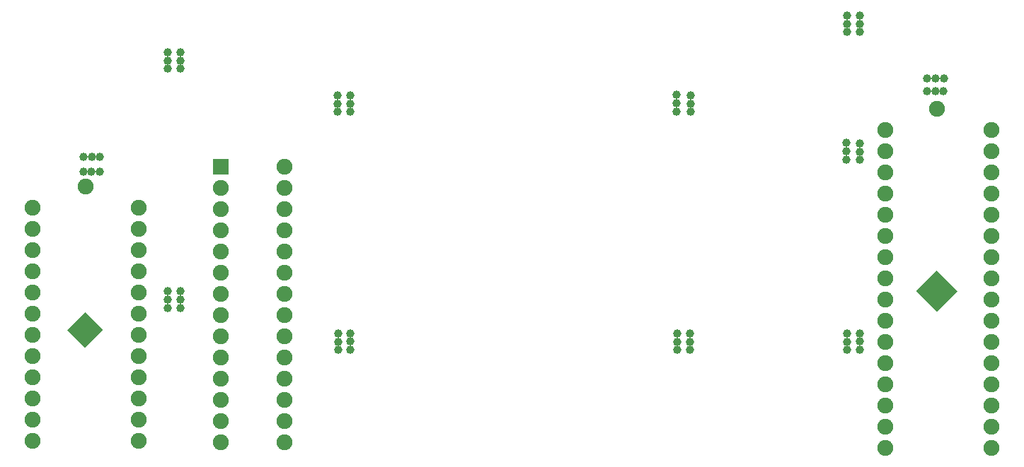
<source format=gbs>
G04 (created by PCBNEW (2013-03-19 BZR 4004)-stable) date 8/12/2013 12:05:24 AM*
%MOIN*%
G04 Gerber Fmt 3.4, Leading zero omitted, Abs format*
%FSLAX34Y34*%
G01*
G70*
G90*
G04 APERTURE LIST*
%ADD10C,0*%
%ADD11C,0.075*%
%ADD12R,0.075X0.075*%
%ADD13C,0.039685*%
G04 APERTURE END LIST*
G54D10*
G54D11*
X46960Y-36380D03*
X46960Y-37380D03*
X46960Y-38380D03*
X46960Y-39380D03*
X46960Y-40380D03*
X46960Y-41380D03*
X46960Y-42380D03*
X46960Y-43380D03*
X46960Y-44380D03*
X46960Y-45380D03*
X46960Y-46380D03*
X46960Y-47380D03*
X46960Y-48380D03*
G54D12*
X46960Y-35380D03*
G54D11*
X49960Y-48380D03*
X49960Y-47380D03*
X49960Y-46380D03*
X49960Y-45380D03*
X49960Y-44380D03*
X49960Y-43380D03*
X49960Y-42380D03*
X49960Y-41380D03*
X49960Y-40380D03*
X49960Y-39380D03*
X49960Y-38380D03*
X49960Y-37380D03*
X49960Y-36380D03*
X49960Y-35380D03*
X38070Y-37300D03*
X38070Y-38300D03*
X38070Y-39300D03*
X38070Y-40300D03*
X38070Y-41300D03*
X38070Y-42300D03*
X38070Y-43300D03*
X38070Y-44300D03*
X38070Y-45300D03*
X38070Y-46300D03*
X38070Y-47300D03*
X38070Y-48300D03*
X43070Y-48300D03*
X43070Y-47300D03*
X43070Y-46300D03*
X43070Y-45300D03*
X43070Y-44300D03*
X43070Y-43300D03*
X43070Y-42300D03*
X43070Y-41300D03*
X43070Y-40300D03*
X43070Y-39300D03*
X43070Y-38300D03*
X43070Y-37300D03*
X78255Y-33640D03*
X78255Y-34640D03*
X78255Y-35640D03*
X78255Y-36640D03*
X78255Y-37640D03*
X78255Y-38640D03*
X78255Y-39640D03*
X78255Y-40640D03*
X78255Y-41640D03*
X78255Y-42640D03*
X78255Y-43640D03*
X78255Y-44640D03*
X78255Y-45640D03*
X78255Y-46640D03*
X78255Y-47640D03*
X78255Y-48640D03*
X83255Y-48640D03*
X83255Y-47640D03*
X83255Y-46640D03*
X83255Y-45640D03*
X83255Y-44640D03*
X83255Y-43640D03*
X83255Y-42640D03*
X83255Y-41640D03*
X83255Y-40640D03*
X83255Y-39640D03*
X83255Y-38640D03*
X83255Y-37640D03*
X83255Y-36640D03*
X83255Y-35640D03*
X83255Y-34640D03*
X83255Y-33640D03*
X80675Y-32640D03*
G54D10*
G36*
X40560Y-42247D02*
X41397Y-43085D01*
X40560Y-43922D01*
X39722Y-43085D01*
X40560Y-42247D01*
X40560Y-42247D01*
G37*
G54D11*
X40570Y-36300D03*
G54D10*
G36*
X79693Y-41240D02*
X80670Y-40263D01*
X81646Y-41240D01*
X80670Y-42216D01*
X79693Y-41240D01*
X79693Y-41240D01*
G37*
G54D13*
X44460Y-30753D03*
X44460Y-30360D03*
X44460Y-29966D03*
X45030Y-30753D03*
X45030Y-30360D03*
X45030Y-29966D03*
X40466Y-35590D03*
X40860Y-35590D03*
X41253Y-35590D03*
X40476Y-34910D03*
X40870Y-34910D03*
X41263Y-34910D03*
X44450Y-42033D03*
X44450Y-41640D03*
X44450Y-41246D03*
X45060Y-42033D03*
X45060Y-41640D03*
X45060Y-41246D03*
X76450Y-29023D03*
X76450Y-28630D03*
X76450Y-28236D03*
X77040Y-29023D03*
X77040Y-28630D03*
X77040Y-28236D03*
X80226Y-31200D03*
X80620Y-31200D03*
X81013Y-31200D03*
X80206Y-31800D03*
X80600Y-31800D03*
X80993Y-31800D03*
X76410Y-35043D03*
X76410Y-34650D03*
X76410Y-34256D03*
X77060Y-35053D03*
X77060Y-34660D03*
X77060Y-34266D03*
X76450Y-44023D03*
X76450Y-43630D03*
X76450Y-43236D03*
X77060Y-44013D03*
X77060Y-43620D03*
X77060Y-43226D03*
X68450Y-44023D03*
X68450Y-43630D03*
X68450Y-43236D03*
X69050Y-44023D03*
X69050Y-43630D03*
X69050Y-43236D03*
X68420Y-32773D03*
X68420Y-32380D03*
X68420Y-31986D03*
X69070Y-32783D03*
X69070Y-32390D03*
X69070Y-31996D03*
X52430Y-32783D03*
X52430Y-32390D03*
X52430Y-31996D03*
X53060Y-32783D03*
X53060Y-32390D03*
X53060Y-31996D03*
X52470Y-44023D03*
X52470Y-43630D03*
X52470Y-43236D03*
X53030Y-44013D03*
X53030Y-43620D03*
X53030Y-43226D03*
M02*

</source>
